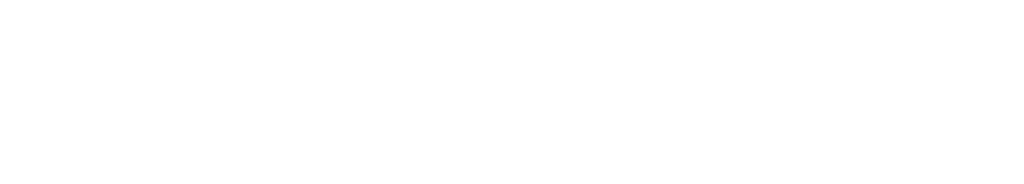
<source format=kicad_pcb>
(kicad_pcb
	(version 20241229)
	(generator "pcbnew")
	(generator_version "9.0")
	(general
		(thickness 1.6)
		(legacy_teardrops no)
	)
	(paper "A4")
	(title_block
		(title "Retro Imponator Led Array - Omega")
		(date "2026-02-27")
		(rev "1.0-pre")
		(company "Erik Brenn, 2026")
	)
	(layers
		(0 "F.Cu" signal)
		(2 "B.Cu" power)
		(13 "F.Paste" user)
		(15 "B.Paste" user)
		(5 "F.SilkS" user "F.Silkscreen")
		(7 "B.SilkS" user "B.Silkscreen")
		(1 "F.Mask" user)
		(3 "B.Mask" user)
		(19 "Cmts.User" user "User.Comments")
		(25 "Edge.Cuts" user)
		(27 "Margin" user)
		(31 "F.CrtYd" user "F.Courtyard")
		(29 "B.CrtYd" user "B.Courtyard")
		(35 "F.Fab" user)
	)
	(setup
		(stackup
			(layer "F.SilkS"
				(type "Top Silk Screen")
			)
			(layer "F.Paste"
				(type "Top Solder Paste")
			)
			(layer "F.Mask"
				(type "Top Solder Mask")
				(thickness 0.01)
			)
			(layer "F.Cu"
				(type "copper")
				(thickness 0.035)
			)
			(layer "dielectric 1"
				(type "core")
				(thickness 1.51)
				(material "FR4")
				(epsilon_r 4.5)
				(loss_tangent 0.02)
			)
			(layer "B.Cu"
				(type "copper")
				(thickness 0.035)
			)
			(layer "B.Mask"
				(type "Bottom Solder Mask")
				(thickness 0.01)
			)
			(layer "B.Paste"
				(type "Bottom Solder Paste")
			)
			(layer "B.SilkS"
				(type "Bottom Silk Screen")
			)
			(copper_finish "HAL lead-free")
			(dielectric_constraints no)
		)
		(pad_to_mask_clearance 0.1)
		(solder_mask_min_width 0.1)
		(allow_soldermask_bridges_in_footprints no)
		(tenting front back)
		(pcbplotparams
			(layerselection 0x00000000_00000000_55555555_5755f5ff)
			(plot_on_all_layers_selection 0x00000000_00000000_00000000_00000000)
			(disableapertmacros no)
			(usegerberextensions no)
			(usegerberattributes yes)
			(usegerberadvancedattributes yes)
			(creategerberjobfile yes)
			(dashed_line_dash_ratio 12.000000)
			(dashed_line_gap_ratio 3.000000)
			(svgprecision 4)
			(plotframeref no)
			(mode 1)
			(useauxorigin no)
			(hpglpennumber 1)
			(hpglpenspeed 20)
			(hpglpendiameter 15.000000)
			(pdf_front_fp_property_popups yes)
			(pdf_back_fp_property_popups yes)
			(pdf_metadata yes)
			(pdf_single_document no)
			(dxfpolygonmode yes)
			(dxfimperialunits yes)
			(dxfusepcbnewfont yes)
			(psnegative no)
			(psa4output no)
			(plot_black_and_white yes)
			(sketchpadsonfab no)
			(plotpadnumbers no)
			(hidednponfab no)
			(sketchdnponfab yes)
			(crossoutdnponfab yes)
			(subtractmaskfromsilk no)
			(outputformat 1)
			(mirror no)
			(drillshape 1)
			(scaleselection 1)
			(outputdirectory "")
		)
	)
	(net 0 "")
	(gr_text "Tips: \n - Minimum grid : 0.25mm  \n - Theme:  Monokai High Contrast"
		(at 27 38 0)
		(layer "Cmts.User")
		(uuid "c12b18ec-0585-42e2-88f2-6bb81f3432cc")
		(effects
			(font
				(size 4 4)
				(thickness 0.5)
			)
			(justify left bottom)
		)
	)
	(embedded_fonts no)
)

</source>
